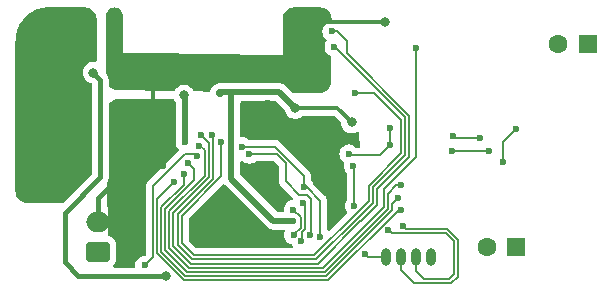
<source format=gbr>
%TF.GenerationSoftware,KiCad,Pcbnew,7.0.7*%
%TF.CreationDate,2023-09-20T12:31:10+02:00*%
%TF.ProjectId,Window_EMP_monitor_59_4x23_5x1.6mm,57696e64-6f77-45f4-954d-505f6d6f6e69,rev?*%
%TF.SameCoordinates,Original*%
%TF.FileFunction,Copper,L2,Bot*%
%TF.FilePolarity,Positive*%
%FSLAX46Y46*%
G04 Gerber Fmt 4.6, Leading zero omitted, Abs format (unit mm)*
G04 Created by KiCad (PCBNEW 7.0.7) date 2023-09-20 12:31:10*
%MOMM*%
%LPD*%
G01*
G04 APERTURE LIST*
G04 Aperture macros list*
%AMRoundRect*
0 Rectangle with rounded corners*
0 $1 Rounding radius*
0 $2 $3 $4 $5 $6 $7 $8 $9 X,Y pos of 4 corners*
0 Add a 4 corners polygon primitive as box body*
4,1,4,$2,$3,$4,$5,$6,$7,$8,$9,$2,$3,0*
0 Add four circle primitives for the rounded corners*
1,1,$1+$1,$2,$3*
1,1,$1+$1,$4,$5*
1,1,$1+$1,$6,$7*
1,1,$1+$1,$8,$9*
0 Add four rect primitives between the rounded corners*
20,1,$1+$1,$2,$3,$4,$5,0*
20,1,$1+$1,$4,$5,$6,$7,0*
20,1,$1+$1,$6,$7,$8,$9,0*
20,1,$1+$1,$8,$9,$2,$3,0*%
G04 Aperture macros list end*
%TA.AperFunction,ComponentPad*%
%ADD10R,1.600000X1.600000*%
%TD*%
%TA.AperFunction,ComponentPad*%
%ADD11C,1.600000*%
%TD*%
%TA.AperFunction,ComponentPad*%
%ADD12RoundRect,0.250000X0.750000X-0.600000X0.750000X0.600000X-0.750000X0.600000X-0.750000X-0.600000X0*%
%TD*%
%TA.AperFunction,ComponentPad*%
%ADD13O,2.000000X1.700000*%
%TD*%
%TA.AperFunction,SMDPad,CuDef*%
%ADD14O,0.800000X1.500000*%
%TD*%
%TA.AperFunction,ViaPad*%
%ADD15C,0.600000*%
%TD*%
%TA.AperFunction,ViaPad*%
%ADD16C,0.800000*%
%TD*%
%TA.AperFunction,ViaPad*%
%ADD17C,0.700000*%
%TD*%
%TA.AperFunction,Conductor*%
%ADD18C,0.150000*%
%TD*%
%TA.AperFunction,Conductor*%
%ADD19C,0.400000*%
%TD*%
%TA.AperFunction,Conductor*%
%ADD20C,0.500000*%
%TD*%
%TA.AperFunction,Conductor*%
%ADD21C,0.510000*%
%TD*%
%TA.AperFunction,Conductor*%
%ADD22C,0.320000*%
%TD*%
%TA.AperFunction,Conductor*%
%ADD23C,0.300000*%
%TD*%
%TA.AperFunction,Conductor*%
%ADD24C,0.200000*%
%TD*%
G04 APERTURE END LIST*
D10*
%TO.P,probeC4,1*%
%TO.N,Net-(probeSS12_1-K)*%
X186555791Y-84730000D03*
D11*
%TO.P,probeC4,2*%
%TO.N,IN_KTS1_ADS2_A-*%
X184055791Y-84730000D03*
%TD*%
D12*
%TO.P,PWR_PLUG1,1,Pin_1*%
%TO.N,VIN_BATF*%
X145122500Y-102310000D03*
D13*
%TO.P,PWR_PLUG1,2,Pin_2*%
%TO.N,GND*%
X145122500Y-99810000D03*
%TD*%
D14*
%TO.P,J2,5,Pin_5*%
%TO.N,RXD0*%
X169465000Y-102785000D03*
%TO.P,J2,6,Pin_6*%
%TO.N,ESP_GPIO0_BOOT-DTR*%
X170735000Y-102785000D03*
%TO.P,J2,7,Pin_7*%
%TO.N,CHIP_EN*%
X172005000Y-102785000D03*
%TO.P,J2,8*%
%TO.N,N/C*%
X173275000Y-102785000D03*
%TD*%
D10*
%TO.P,probeC3,1*%
%TO.N,IN_KTS1_ADS2_A+*%
X180510000Y-101930000D03*
D11*
%TO.P,probeC3,2*%
%TO.N,Net-(probeSS12_1-K)*%
X178010000Y-101930000D03*
%TD*%
D15*
%TO.N,GNDD*%
X166330000Y-94030000D03*
X180470000Y-91920000D03*
X179350000Y-94690000D03*
X169820000Y-93310000D03*
X169830000Y-91870000D03*
%TO.N,3V3*%
X166800000Y-98430000D03*
X161590000Y-99680000D03*
D16*
X150850000Y-104360000D03*
X161802500Y-90160000D03*
D17*
X155407000Y-88900000D03*
D16*
X144700000Y-87140000D03*
D15*
X166700000Y-95060000D03*
X152463000Y-93000000D03*
D16*
X152375821Y-89078750D03*
X166570000Y-91360000D03*
%TO.N,GND*%
X161550000Y-82420000D03*
X151790000Y-87170000D03*
X138780000Y-87080000D03*
X161580000Y-83700000D03*
X163390000Y-83950000D03*
X138740000Y-92340000D03*
X150440000Y-87170000D03*
X146380000Y-85380000D03*
X154330000Y-87170000D03*
X155670000Y-87100000D03*
X149780000Y-91480000D03*
D15*
X158130000Y-92080000D03*
X166230000Y-92800000D03*
D16*
X138810000Y-89940000D03*
X157050000Y-87140000D03*
X158690000Y-96870000D03*
D15*
X159520000Y-89720000D03*
X165210000Y-99160000D03*
X160010355Y-95010000D03*
D16*
X169430000Y-82900000D03*
X146430000Y-82320000D03*
D15*
X150560000Y-95040000D03*
D16*
X142710000Y-93570000D03*
X147700000Y-87140000D03*
X156690000Y-99240000D03*
X146350000Y-86970000D03*
X146400000Y-83780000D03*
X149120000Y-87170000D03*
X158270000Y-87100000D03*
X153080000Y-87190000D03*
X139640000Y-83050000D03*
X138740000Y-85030000D03*
D15*
%TO.N,CHIP_EN*%
X157917000Y-94050000D03*
X169640000Y-100510000D03*
X163050000Y-100900000D03*
%TO.N,Net-(ESP32S1-U0TXD{slash}PROG{slash}GPIO43)*%
X161660000Y-100910000D03*
X161631233Y-98751233D03*
%TO.N,ESP_GPIO0_BOOT-DTR*%
X163930000Y-101080000D03*
X157275119Y-93399822D03*
X170930000Y-100110000D03*
X162551526Y-96831526D03*
%TO.N,GPIO8_I2C_SDA*%
X152740000Y-94780000D03*
X175120000Y-92480000D03*
X170710000Y-96690000D03*
X177410000Y-92720000D03*
%TO.N,GPIO9_I2C_SCL*%
X170530000Y-97740000D03*
X152350000Y-95720000D03*
%TO.N,RXD0*%
X167700000Y-102530000D03*
X162280000Y-101420000D03*
X162440000Y-98160000D03*
%TO.N,IN_KTS1_ADS2_A-*%
X178210000Y-93790000D03*
X175080000Y-93770000D03*
%TO.N,BAT_SENSE_IO07*%
X149050000Y-103470000D03*
X153460000Y-94170000D03*
%TO.N,LED_B_IO02*%
X155540000Y-93050000D03*
X166890000Y-88900000D03*
%TO.N,LED_G_IO04*%
X154726233Y-92393767D03*
X165080000Y-84940000D03*
%TO.N,LED_R_IO05*%
X153790000Y-92410000D03*
X164890000Y-83660000D03*
%TO.N,PERIPHERALS_PWR_EN_IO06*%
X153662000Y-93350000D03*
X172000000Y-85030000D03*
%TO.N,ADS1155_ALERT_IO10*%
X170780000Y-98735500D03*
X151520000Y-96430000D03*
%TD*%
D18*
%TO.N,GNDD*%
X169000000Y-94130000D02*
X166430000Y-94130000D01*
X179350000Y-94690000D02*
X179350000Y-93040000D01*
X166430000Y-94130000D02*
X166330000Y-94030000D01*
X169830000Y-93300000D02*
X169820000Y-93310000D01*
X169820000Y-93310000D02*
X169000000Y-94130000D01*
X169830000Y-91870000D02*
X169830000Y-93300000D01*
X179350000Y-93040000D02*
X180470000Y-91920000D01*
D19*
%TO.N,3V3*%
X143440000Y-104360000D02*
X150850000Y-104360000D01*
X145290000Y-96020000D02*
X142290000Y-99020000D01*
D20*
X156395000Y-88955000D02*
X156395000Y-96125000D01*
D21*
X152463000Y-93000000D02*
X152463000Y-89165929D01*
D20*
X156450000Y-88900000D02*
X156395000Y-88955000D01*
D19*
X145290000Y-87730000D02*
X145290000Y-96020000D01*
D18*
X166780000Y-98410000D02*
X166780000Y-95140000D01*
D22*
X165370000Y-90160000D02*
X161802500Y-90160000D01*
D23*
X156452500Y-88897500D02*
X156452500Y-88837500D01*
X156450000Y-88900000D02*
X156452500Y-88897500D01*
D19*
X142290000Y-99020000D02*
X142290000Y-103210000D01*
X144700000Y-87140000D02*
X145290000Y-87730000D01*
D21*
X152463000Y-89165929D02*
X152375821Y-89078750D01*
X161802500Y-90142500D02*
X161802500Y-90160000D01*
D20*
X156395000Y-96125000D02*
X159950000Y-99680000D01*
X159950000Y-99680000D02*
X161590000Y-99680000D01*
D23*
X156452500Y-88837500D02*
X156410000Y-88795000D01*
D21*
X155407000Y-88900000D02*
X155512000Y-88795000D01*
D19*
X142290000Y-103210000D02*
X143440000Y-104360000D01*
D21*
X155512000Y-88795000D02*
X160455000Y-88795000D01*
X160455000Y-88795000D02*
X161802500Y-90142500D01*
D24*
X155407000Y-88900000D02*
X156072500Y-88900000D01*
D18*
X166800000Y-98430000D02*
X166780000Y-98410000D01*
D22*
X166570000Y-91360000D02*
X165370000Y-90160000D01*
D18*
X166780000Y-95140000D02*
X166700000Y-95060000D01*
D22*
%TO.N,GND*%
X163390000Y-83950000D02*
X163300000Y-83950000D01*
D23*
X149780000Y-91480000D02*
X149780000Y-87830000D01*
D22*
X163390000Y-83860000D02*
X163390000Y-83950000D01*
D18*
X159552500Y-89865026D02*
X159552500Y-89550000D01*
D19*
X160010355Y-95010000D02*
X160010355Y-95644216D01*
D22*
X169400000Y-82870000D02*
X164380000Y-82870000D01*
D19*
X160010355Y-95644216D02*
X158784572Y-96870000D01*
D18*
X150560000Y-95040000D02*
X150480000Y-95040000D01*
X165210000Y-93860000D02*
X166180000Y-92890000D01*
X150480000Y-95040000D02*
X149170000Y-93730000D01*
X158130000Y-92080000D02*
X158130000Y-91287526D01*
D19*
X149170000Y-93730000D02*
X149780000Y-93120000D01*
X158784572Y-96870000D02*
X158690000Y-96870000D01*
X149780000Y-93120000D02*
X149780000Y-91480000D01*
D23*
X149780000Y-87830000D02*
X150440000Y-87170000D01*
D22*
X169430000Y-82900000D02*
X169400000Y-82870000D01*
X163300000Y-83950000D02*
X163390000Y-83860000D01*
D19*
X145122500Y-99810000D02*
X145122500Y-97777500D01*
D18*
X158130000Y-91287526D02*
X159552500Y-89865026D01*
D19*
X145122500Y-97777500D02*
X149170000Y-93730000D01*
D18*
X165210000Y-99160000D02*
X165210000Y-93860000D01*
D22*
X164380000Y-82870000D02*
X163390000Y-83860000D01*
D18*
%TO.N,CHIP_EN*%
X172680000Y-104620000D02*
X174770000Y-104620000D01*
X163164500Y-100785500D02*
X163164500Y-97834500D01*
X175230000Y-104160000D02*
X175230000Y-101440000D01*
X174520000Y-100730000D02*
X169950000Y-100730000D01*
X163164500Y-97834500D02*
X162820000Y-97490000D01*
X162125000Y-97490000D02*
X160980000Y-96345000D01*
X172005000Y-102785000D02*
X172005000Y-103945000D01*
X172005000Y-103945000D02*
X172680000Y-104620000D01*
X160980000Y-94810000D02*
X160220000Y-94050000D01*
X160980000Y-96345000D02*
X160980000Y-94810000D01*
X160220000Y-94050000D02*
X157917000Y-94050000D01*
X163050000Y-100900000D02*
X163164500Y-100785500D01*
X174770000Y-104620000D02*
X175230000Y-104160000D01*
X169950000Y-100730000D02*
X169720000Y-100500000D01*
X175230000Y-101440000D02*
X174520000Y-100730000D01*
X162820000Y-97490000D02*
X162125000Y-97490000D01*
%TO.N,TXD0*%
X173275000Y-102785000D02*
X173275000Y-103275000D01*
%TO.N,Net-(ESP32S1-U0TXD{slash}PROG{slash}GPIO43)*%
X161660000Y-100840000D02*
X162240000Y-100260000D01*
X161660000Y-100910000D02*
X161660000Y-100840000D01*
X162240000Y-99360000D02*
X161631233Y-98751233D01*
X162240000Y-100260000D02*
X162240000Y-99360000D01*
%TO.N,ESP_GPIO0_BOOT-DTR*%
X160064796Y-93399822D02*
X162551526Y-95886552D01*
X162751526Y-96831526D02*
X162551526Y-96831526D01*
X171200000Y-100380000D02*
X170930000Y-100110000D01*
X163930000Y-101080000D02*
X163930000Y-98010000D01*
X175580000Y-101295026D02*
X174664974Y-100380000D01*
X157275119Y-93399822D02*
X160064796Y-93399822D01*
X175020000Y-104970000D02*
X175580000Y-104410000D01*
X162551526Y-95886552D02*
X162551526Y-96831526D01*
X174664974Y-100380000D02*
X171200000Y-100380000D01*
X163930000Y-98010000D02*
X162751526Y-96831526D01*
X170735000Y-103875000D02*
X171830000Y-104970000D01*
X175580000Y-104410000D02*
X175580000Y-101295026D01*
X170735000Y-102785000D02*
X170735000Y-103875000D01*
X171830000Y-104970000D02*
X175020000Y-104970000D01*
%TO.N,GPIO8_I2C_SDA*%
X169630000Y-98660052D02*
X164280052Y-104010000D01*
X152645026Y-104010000D02*
X150780000Y-102144974D01*
X170340000Y-96690000D02*
X169630000Y-97400000D01*
X150780000Y-102144974D02*
X150780000Y-98704974D01*
X150780000Y-98704974D02*
X153230000Y-96254974D01*
X170710000Y-96690000D02*
X170340000Y-96690000D01*
X175360000Y-92720000D02*
X175120000Y-92480000D01*
X153230000Y-96254974D02*
X153230000Y-95270000D01*
X177410000Y-92720000D02*
X175360000Y-92720000D01*
X164280052Y-104010000D02*
X152645026Y-104010000D01*
X153230000Y-95270000D02*
X152740000Y-94780000D01*
X169630000Y-97400000D02*
X169630000Y-98660052D01*
%TO.N,GPIO9_I2C_SCL*%
X170520000Y-97740000D02*
X169980000Y-98280000D01*
X169980000Y-98280000D02*
X169980000Y-98805026D01*
X150430000Y-102289948D02*
X150430000Y-98560000D01*
X169980000Y-98805026D02*
X164425026Y-104360000D01*
X170530000Y-97740000D02*
X170520000Y-97740000D01*
X152500052Y-104360000D02*
X150430000Y-102289948D01*
X164425026Y-104360000D02*
X152500052Y-104360000D01*
X150430000Y-98560000D02*
X152350000Y-96640000D01*
X152350000Y-96640000D02*
X152350000Y-95720000D01*
%TO.N,RXD0*%
X162590000Y-98310000D02*
X162440000Y-98160000D01*
X162280000Y-101420000D02*
X162330000Y-101370000D01*
X167955000Y-102785000D02*
X169465000Y-102785000D01*
X162330000Y-100664974D02*
X162590000Y-100404974D01*
X162330000Y-101370000D02*
X162330000Y-100664974D01*
X167700000Y-102530000D02*
X167955000Y-102785000D01*
X162590000Y-100404974D02*
X162590000Y-98310000D01*
%TO.N,IN_KTS1_ADS2_A-*%
X178190000Y-93770000D02*
X175080000Y-93770000D01*
X178210000Y-93790000D02*
X178190000Y-93770000D01*
%TO.N,BAT_SENSE_IO07*%
X153320000Y-94030000D02*
X153460000Y-94170000D01*
X149730000Y-102790000D02*
X149730000Y-96750000D01*
X149730000Y-96750000D02*
X152450000Y-94030000D01*
X152450000Y-94030000D02*
X153320000Y-94030000D01*
X149050000Y-103470000D02*
X149730000Y-102790000D01*
%TO.N,LED_B_IO02*%
X170760000Y-91190000D02*
X170760000Y-93970000D01*
X167025000Y-99005000D02*
X163420000Y-102610000D01*
X163420000Y-102610000D02*
X153224922Y-102610000D01*
X168010000Y-98033173D02*
X167038173Y-99005000D01*
X168010000Y-96720000D02*
X168010000Y-98033173D01*
X167038173Y-99005000D02*
X167025000Y-99005000D01*
X152190000Y-99274870D02*
X155540000Y-95924870D01*
X152190000Y-101575078D02*
X152190000Y-99274870D01*
X168470000Y-88900000D02*
X170760000Y-91190000D01*
X170760000Y-93970000D02*
X168010000Y-96720000D01*
X166890000Y-88900000D02*
X168470000Y-88900000D01*
X153224922Y-102610000D02*
X152190000Y-101575078D01*
X155540000Y-95924870D02*
X155540000Y-93050000D01*
%TO.N,LED_G_IO04*%
X154820000Y-92487534D02*
X154726233Y-92393767D01*
X165080000Y-84940000D02*
X165130000Y-84940000D01*
X163564974Y-102960000D02*
X153079948Y-102960000D01*
X167183147Y-99355000D02*
X167169974Y-99355000D01*
X171110000Y-94114974D02*
X168360000Y-96864974D01*
X168360000Y-98178147D02*
X167183147Y-99355000D01*
X151830000Y-99139896D02*
X154820000Y-96149897D01*
X151830000Y-99760000D02*
X151830000Y-99670000D01*
X154820000Y-96149897D02*
X154820000Y-92487534D01*
X151830000Y-101710052D02*
X151830000Y-99760000D01*
X165130000Y-84940000D02*
X171110000Y-90920000D01*
X167169974Y-99355000D02*
X163564974Y-102960000D01*
X151830000Y-99760000D02*
X151830000Y-99139896D01*
X171110000Y-90920000D02*
X171110000Y-94114974D01*
X168360000Y-96864974D02*
X168360000Y-98178147D01*
X153079948Y-102960000D02*
X151830000Y-101710052D01*
%TO.N,LED_R_IO05*%
X167328121Y-99705000D02*
X167314948Y-99705000D01*
X168710000Y-97009948D02*
X168710000Y-98323121D01*
X164890000Y-83660000D02*
X165320000Y-83660000D01*
X163709948Y-103310000D02*
X152934974Y-103310000D01*
X167314948Y-99705000D02*
X163709948Y-103310000D01*
X152934974Y-103310000D02*
X151480000Y-101855026D01*
X168710000Y-98323121D02*
X167328121Y-99705000D01*
X151480000Y-101855026D02*
X151480000Y-98994922D01*
X166150000Y-85465026D02*
X171460000Y-90775026D01*
X171460000Y-90775026D02*
X171460000Y-94259948D01*
X165320000Y-83660000D02*
X166150000Y-84490000D01*
X166150000Y-84490000D02*
X166150000Y-85465026D01*
X171460000Y-94259948D02*
X168710000Y-97009948D01*
X154470000Y-93090000D02*
X153790000Y-92410000D01*
X154470000Y-96004922D02*
X154470000Y-93090000D01*
X151480000Y-98994922D02*
X154470000Y-96004922D01*
%TO.N,PERIPHERALS_PWR_EN_IO06*%
X172000000Y-94270000D02*
X169280000Y-96990000D01*
X164135078Y-103660000D02*
X152790000Y-103660000D01*
X169280000Y-98515078D02*
X164135078Y-103660000D01*
X169280000Y-96990000D02*
X169280000Y-98515078D01*
X151130000Y-98849948D02*
X154120000Y-95859948D01*
X151130000Y-102000000D02*
X151130000Y-98849948D01*
X152790000Y-103660000D02*
X151130000Y-102000000D01*
X154120000Y-93710000D02*
X153760000Y-93350000D01*
X172000000Y-85030000D02*
X172000000Y-94270000D01*
X153760000Y-93350000D02*
X153662000Y-93350000D01*
X153662000Y-93350000D02*
X153662000Y-93193000D01*
X154120000Y-95859948D02*
X154120000Y-93710000D01*
%TO.N,ADS1155_ALERT_IO10*%
X170780000Y-98735500D02*
X170544500Y-98735500D01*
X164570000Y-104710000D02*
X152355078Y-104710000D01*
X150080000Y-97870000D02*
X151520000Y-96430000D01*
X170544500Y-98735500D02*
X164570000Y-104710000D01*
X150080000Y-102434922D02*
X150080000Y-97870000D01*
X152355078Y-104710000D02*
X150080000Y-102434922D01*
%TD*%
%TA.AperFunction,Conductor*%
%TO.N,GND*%
G36*
X163887319Y-81613537D02*
G01*
X164063093Y-81630922D01*
X164087049Y-81635710D01*
X164127547Y-81648056D01*
X164252027Y-81686007D01*
X164274573Y-81695396D01*
X164408372Y-81767325D01*
X164426481Y-81777060D01*
X164446755Y-81790691D01*
X164579713Y-81900561D01*
X164596921Y-81917903D01*
X164705749Y-82051698D01*
X164719223Y-82072077D01*
X164799708Y-82224615D01*
X164808925Y-82247240D01*
X164857941Y-82412599D01*
X164862543Y-82436593D01*
X164879022Y-82617531D01*
X164879276Y-82623644D01*
X164878318Y-82745909D01*
X164858109Y-82812792D01*
X164804948Y-82858131D01*
X164768206Y-82868157D01*
X164710750Y-82874630D01*
X164540478Y-82934210D01*
X164387737Y-83030184D01*
X164260184Y-83157737D01*
X164164211Y-83310476D01*
X164104631Y-83480745D01*
X164104630Y-83480750D01*
X164084435Y-83659996D01*
X164084435Y-83660003D01*
X164104630Y-83839249D01*
X164104631Y-83839254D01*
X164164211Y-84009523D01*
X164260184Y-84162262D01*
X164387737Y-84289815D01*
X164387742Y-84289819D01*
X164394152Y-84293847D01*
X164440442Y-84346182D01*
X164451089Y-84415236D01*
X164433172Y-84464811D01*
X164354211Y-84590476D01*
X164294631Y-84760745D01*
X164294630Y-84760750D01*
X164274435Y-84939996D01*
X164274435Y-84940003D01*
X164294630Y-85119249D01*
X164294631Y-85119254D01*
X164354211Y-85289523D01*
X164450183Y-85442262D01*
X164450184Y-85442262D01*
X164577738Y-85569816D01*
X164657924Y-85620200D01*
X164730478Y-85665789D01*
X164771350Y-85680091D01*
X164828127Y-85720813D01*
X164853874Y-85785766D01*
X164854392Y-85798105D01*
X164837923Y-87899063D01*
X164837574Y-87905172D01*
X164818261Y-88085815D01*
X164813284Y-88109733D01*
X164761684Y-88274301D01*
X164752115Y-88296778D01*
X164669257Y-88448028D01*
X164655466Y-88468193D01*
X164544555Y-88600271D01*
X164527078Y-88617341D01*
X164392429Y-88725107D01*
X164371945Y-88738419D01*
X164218781Y-88817695D01*
X164196084Y-88826733D01*
X164030352Y-88874441D01*
X164006325Y-88878854D01*
X163825269Y-88893908D01*
X163819158Y-88894113D01*
X162412812Y-88872013D01*
X161637699Y-88859832D01*
X161570977Y-88839096D01*
X161551966Y-88823528D01*
X161034528Y-88306090D01*
X161022746Y-88292457D01*
X161008275Y-88273019D01*
X161008274Y-88273018D01*
X161008272Y-88273015D01*
X161007401Y-88272284D01*
X160967958Y-88239186D01*
X160963969Y-88235531D01*
X160958103Y-88229665D01*
X160932211Y-88209192D01*
X160872981Y-88159493D01*
X160872980Y-88159492D01*
X160872977Y-88159490D01*
X160866948Y-88155525D01*
X160866976Y-88155480D01*
X160860496Y-88151351D01*
X160860469Y-88151396D01*
X160854323Y-88147605D01*
X160822012Y-88132538D01*
X160784247Y-88114928D01*
X160749547Y-88097501D01*
X160715154Y-88080228D01*
X160708368Y-88077758D01*
X160708385Y-88077709D01*
X160701122Y-88075185D01*
X160701106Y-88075235D01*
X160694254Y-88072964D01*
X160618550Y-88057333D01*
X160618549Y-88057332D01*
X160543305Y-88039500D01*
X160543303Y-88039500D01*
X160543299Y-88039499D01*
X160536130Y-88038661D01*
X160536136Y-88038609D01*
X160528492Y-88037828D01*
X160528488Y-88037881D01*
X160521298Y-88037251D01*
X160446490Y-88039428D01*
X160444026Y-88039500D01*
X155576070Y-88039500D01*
X155558101Y-88038191D01*
X155534119Y-88034678D01*
X155486559Y-88038840D01*
X155481715Y-88039264D01*
X155476312Y-88039500D01*
X155467994Y-88039500D01*
X155441750Y-88042567D01*
X155435189Y-88043334D01*
X155367418Y-88049264D01*
X155362013Y-88049500D01*
X155317609Y-88049500D01*
X155286954Y-88056015D01*
X155142733Y-88086670D01*
X155142728Y-88086672D01*
X154979408Y-88159387D01*
X154834768Y-88264475D01*
X154715140Y-88397336D01*
X154625750Y-88552164D01*
X154625748Y-88552168D01*
X154590214Y-88661530D01*
X154550776Y-88719205D01*
X154486417Y-88746403D01*
X154470335Y-88747196D01*
X153493979Y-88731853D01*
X153283085Y-88728538D01*
X153216364Y-88707803D01*
X153177647Y-88666553D01*
X153108357Y-88546538D01*
X153108355Y-88546535D01*
X152981691Y-88405861D01*
X152828555Y-88294601D01*
X152828550Y-88294598D01*
X152655628Y-88217607D01*
X152655623Y-88217605D01*
X152509822Y-88186615D01*
X152470467Y-88178250D01*
X152281175Y-88178250D01*
X152248718Y-88185148D01*
X152096018Y-88217605D01*
X152096013Y-88217607D01*
X151923091Y-88294598D01*
X151923086Y-88294601D01*
X151769950Y-88405861D01*
X151643288Y-88546533D01*
X151590344Y-88638235D01*
X151539777Y-88686450D01*
X151481009Y-88700219D01*
X146728449Y-88625532D01*
X146722430Y-88625144D01*
X146544474Y-88604953D01*
X146520920Y-88599927D01*
X146358871Y-88548463D01*
X146336733Y-88538978D01*
X146187684Y-88457156D01*
X146167798Y-88443572D01*
X146037383Y-88334487D01*
X146020500Y-88317317D01*
X146018060Y-88314298D01*
X145991230Y-88249785D01*
X145990500Y-88236354D01*
X145990500Y-87753047D01*
X145990613Y-87749302D01*
X145991026Y-87742468D01*
X145994358Y-87687394D01*
X145983175Y-87626370D01*
X145982613Y-87622673D01*
X145975140Y-87561127D01*
X145971548Y-87551656D01*
X145965522Y-87530042D01*
X145963695Y-87520068D01*
X145938234Y-87463496D01*
X145936806Y-87460049D01*
X145914818Y-87402071D01*
X145914818Y-87402070D01*
X145909063Y-87393733D01*
X145898036Y-87374182D01*
X145893879Y-87364946D01*
X145893878Y-87364943D01*
X145876287Y-87342490D01*
X145855630Y-87316122D01*
X145853410Y-87313106D01*
X145818180Y-87262067D01*
X145783491Y-87231336D01*
X145746364Y-87172147D01*
X145741718Y-87138382D01*
X145743481Y-85630000D01*
X145747306Y-82354486D01*
X145747704Y-82347561D01*
X145747719Y-82347428D01*
X145764389Y-82200906D01*
X145770586Y-82173876D01*
X145815996Y-82044475D01*
X145828046Y-82019504D01*
X145901089Y-81903444D01*
X145918398Y-81881768D01*
X146015410Y-81784860D01*
X146037103Y-81767575D01*
X146153248Y-81694654D01*
X146178232Y-81682632D01*
X146307682Y-81637361D01*
X146334714Y-81631194D01*
X146471015Y-81615837D01*
X146498684Y-81615829D01*
X146635410Y-81631150D01*
X146662355Y-81637269D01*
X146792299Y-81682500D01*
X146817219Y-81694434D01*
X146933918Y-81767326D01*
X146955581Y-81784489D01*
X147053233Y-81881420D01*
X147070556Y-81902956D01*
X147144308Y-82019103D01*
X147156431Y-82043943D01*
X147161302Y-82057610D01*
X147202621Y-82173543D01*
X147208941Y-82200449D01*
X147226516Y-82347428D01*
X147226953Y-82354341D01*
X147242796Y-84516841D01*
X147242797Y-84516854D01*
X147250000Y-85500000D01*
X149391875Y-85520640D01*
X159723142Y-85620201D01*
X159723147Y-85620201D01*
X159723147Y-85620200D01*
X159723151Y-85620201D01*
X159723151Y-85620200D01*
X159723157Y-85620200D01*
X160740000Y-85630000D01*
X160718598Y-82623087D01*
X160718854Y-82617017D01*
X160735447Y-82436176D01*
X160740061Y-82412202D01*
X160759261Y-82347561D01*
X160789141Y-82246962D01*
X160798359Y-82224365D01*
X160878875Y-82071929D01*
X160892338Y-82051584D01*
X161001162Y-81917881D01*
X161018354Y-81900566D01*
X161151265Y-81790784D01*
X161171512Y-81777175D01*
X161323368Y-81695559D01*
X161345884Y-81686184D01*
X161510789Y-81635908D01*
X161534716Y-81631125D01*
X161710377Y-81613730D01*
X161716440Y-81613430D01*
X163881257Y-81613239D01*
X163887319Y-81613537D01*
G37*
%TD.AperFunction*%
%TD*%
%TA.AperFunction,Conductor*%
%TO.N,GND*%
G36*
X143982732Y-81615296D02*
G01*
X144157248Y-81632438D01*
X144181047Y-81637161D01*
X144345008Y-81686787D01*
X144367427Y-81696052D01*
X144376971Y-81701142D01*
X144518583Y-81776659D01*
X144538771Y-81790114D01*
X144671343Y-81898620D01*
X144688518Y-81915745D01*
X144693550Y-81921856D01*
X144797410Y-82047977D01*
X144810929Y-82068127D01*
X144891989Y-82219043D01*
X144901324Y-82241441D01*
X144951440Y-82405248D01*
X144956234Y-82429034D01*
X144974412Y-82608567D01*
X144974727Y-82614633D01*
X144974835Y-82651419D01*
X144984948Y-86126462D01*
X144965459Y-86193559D01*
X144912789Y-86239467D01*
X144843659Y-86249612D01*
X144835186Y-86248117D01*
X144794646Y-86239500D01*
X144605354Y-86239500D01*
X144572897Y-86246398D01*
X144420197Y-86278855D01*
X144420192Y-86278857D01*
X144247270Y-86355848D01*
X144247265Y-86355851D01*
X144094129Y-86467111D01*
X143967466Y-86607785D01*
X143872821Y-86771715D01*
X143872818Y-86771722D01*
X143814327Y-86951740D01*
X143814326Y-86951744D01*
X143794540Y-87140000D01*
X143814326Y-87328256D01*
X143814327Y-87328259D01*
X143872818Y-87508277D01*
X143872821Y-87508284D01*
X143967467Y-87672216D01*
X144038556Y-87751168D01*
X144094129Y-87812888D01*
X144247265Y-87924148D01*
X144247270Y-87924151D01*
X144420192Y-88001142D01*
X144420193Y-88001142D01*
X144420197Y-88001144D01*
X144485651Y-88015056D01*
X144491280Y-88016253D01*
X144552762Y-88049445D01*
X144586539Y-88110608D01*
X144589500Y-88137543D01*
X144589500Y-95678480D01*
X144569815Y-95745519D01*
X144553181Y-95766161D01*
X142185662Y-98133681D01*
X142124339Y-98167166D01*
X142097981Y-98170000D01*
X139108195Y-98170000D01*
X139102113Y-98169701D01*
X138922193Y-98151979D01*
X138898350Y-98147236D01*
X138734118Y-98097412D01*
X138711658Y-98088108D01*
X138560300Y-98007197D01*
X138540090Y-97993691D01*
X138407430Y-97884806D01*
X138390242Y-97867616D01*
X138281374Y-97734938D01*
X138267870Y-97714724D01*
X138186981Y-97563357D01*
X138177680Y-97540895D01*
X138127879Y-97376653D01*
X138123140Y-97352811D01*
X138105940Y-97177948D01*
X138105644Y-97171912D01*
X138107426Y-84547119D01*
X138109055Y-84541575D01*
X138107499Y-84498348D01*
X138107473Y-84494813D01*
X138109782Y-84386573D01*
X138114229Y-84214874D01*
X138114562Y-84208998D01*
X138117622Y-84155128D01*
X138117951Y-84151382D01*
X138118752Y-84144655D01*
X138135530Y-84022155D01*
X138157751Y-83874490D01*
X138166088Y-83828738D01*
X138167022Y-83824477D01*
X138201602Y-83689554D01*
X138242911Y-83542002D01*
X138252157Y-83512516D01*
X138253406Y-83508926D01*
X138305893Y-83371848D01*
X138348284Y-83270620D01*
X138368411Y-83222561D01*
X138370117Y-83218812D01*
X138374260Y-83209719D01*
X138375650Y-83206869D01*
X138446817Y-83070324D01*
X138530221Y-82924722D01*
X138532655Y-82920821D01*
X138621483Y-82789645D01*
X138623183Y-82787262D01*
X138722765Y-82654570D01*
X138725263Y-82651462D01*
X138828814Y-82530993D01*
X138831123Y-82528457D01*
X138946121Y-82409247D01*
X138948593Y-82406827D01*
X139065269Y-82299001D01*
X139068305Y-82296377D01*
X139197298Y-82192114D01*
X139199583Y-82190358D01*
X139327552Y-82096816D01*
X139331307Y-82094281D01*
X139473827Y-82005687D01*
X139607720Y-81929658D01*
X139610556Y-81928146D01*
X139623144Y-81921856D01*
X139770074Y-81854015D01*
X139905219Y-81796614D01*
X139908747Y-81795242D01*
X139937873Y-81784945D01*
X140083801Y-81738369D01*
X140217431Y-81698947D01*
X140221629Y-81697868D01*
X140267082Y-81687884D01*
X140413885Y-81660359D01*
X140535408Y-81639238D01*
X140542344Y-81638159D01*
X140546085Y-81637694D01*
X140597320Y-81632934D01*
X140605751Y-81632152D01*
X140642184Y-81629900D01*
X140784568Y-81621100D01*
X140884330Y-81615376D01*
X140887868Y-81615275D01*
X140938751Y-81615275D01*
X140938787Y-81615269D01*
X143976686Y-81615000D01*
X143982732Y-81615296D01*
G37*
%TD.AperFunction*%
%TD*%
%TA.AperFunction,Conductor*%
%TO.N,GND*%
G36*
X151493724Y-89369124D02*
G01*
X151539578Y-89421842D01*
X151544809Y-89435242D01*
X151548637Y-89447022D01*
X151548642Y-89447034D01*
X151643287Y-89610965D01*
X151675649Y-89646906D01*
X151705879Y-89709898D01*
X151707500Y-89729879D01*
X151707500Y-92714316D01*
X151700542Y-92755270D01*
X151677632Y-92820742D01*
X151677630Y-92820750D01*
X151657435Y-92999996D01*
X151657435Y-93000003D01*
X151677630Y-93179249D01*
X151677631Y-93179254D01*
X151737211Y-93349523D01*
X151833184Y-93502262D01*
X151910839Y-93579917D01*
X151944324Y-93641240D01*
X151939340Y-93710932D01*
X151910839Y-93755279D01*
X149352608Y-96313510D01*
X149346507Y-96318861D01*
X149319550Y-96339548D01*
X149295549Y-96370824D01*
X149295533Y-96370845D01*
X149252009Y-96427568D01*
X149227300Y-96459768D01*
X149169313Y-96599763D01*
X149169313Y-96599764D01*
X149153957Y-96716406D01*
X149153955Y-96716419D01*
X149149535Y-96750000D01*
X149153680Y-96781489D01*
X149153969Y-96783678D01*
X149154500Y-96791780D01*
X149154500Y-102500257D01*
X149134815Y-102567296D01*
X149118180Y-102587939D01*
X149071308Y-102634810D01*
X149009985Y-102668294D01*
X148997512Y-102670348D01*
X148870750Y-102684630D01*
X148700478Y-102744210D01*
X148547737Y-102840184D01*
X148420184Y-102967737D01*
X148324211Y-103120476D01*
X148264631Y-103290745D01*
X148264630Y-103290750D01*
X148244435Y-103469996D01*
X148244435Y-103470004D01*
X148250250Y-103521617D01*
X148238195Y-103590439D01*
X148190846Y-103641818D01*
X148127030Y-103659500D01*
X146483730Y-103659500D01*
X146416691Y-103639815D01*
X146370936Y-103587011D01*
X146360992Y-103517853D01*
X146390017Y-103454297D01*
X146396049Y-103447819D01*
X146396048Y-103447818D01*
X146465212Y-103378656D01*
X146557314Y-103229334D01*
X146612499Y-103062797D01*
X146623000Y-102960009D01*
X146622999Y-101659992D01*
X146612499Y-101557203D01*
X146557314Y-101390666D01*
X146465212Y-101241344D01*
X146341156Y-101117288D01*
X146191834Y-101025186D01*
X146025297Y-100970001D01*
X146025293Y-100970000D01*
X146025287Y-100969999D01*
X146018857Y-100969342D01*
X145954166Y-100942944D01*
X145914017Y-100885761D01*
X145907465Y-100846497D01*
X145906147Y-100527439D01*
X145889191Y-96424205D01*
X145908597Y-96357090D01*
X145911113Y-96353296D01*
X145914818Y-96347930D01*
X145936810Y-96289939D01*
X145938232Y-96286503D01*
X145963695Y-96229931D01*
X145965522Y-96219959D01*
X145971546Y-96198347D01*
X145975140Y-96188872D01*
X145982613Y-96127324D01*
X145983177Y-96123619D01*
X145990874Y-96081616D01*
X145994358Y-96062606D01*
X145990613Y-96000696D01*
X145990500Y-95996951D01*
X145990500Y-89912220D01*
X146004942Y-89854143D01*
X146025116Y-89816085D01*
X146038566Y-89795812D01*
X146147178Y-89662616D01*
X146164336Y-89645356D01*
X146296871Y-89535950D01*
X146317068Y-89522374D01*
X146468428Y-89440967D01*
X146490884Y-89431601D01*
X146655238Y-89381332D01*
X146679096Y-89376533D01*
X146859224Y-89358425D01*
X146865301Y-89358115D01*
X151426649Y-89349565D01*
X151493724Y-89369124D01*
G37*
%TD.AperFunction*%
%TA.AperFunction,Conductor*%
G36*
X155785804Y-96595458D02*
G01*
X155827562Y-96621444D01*
X155842178Y-96635233D01*
X155872018Y-96663387D01*
X159374267Y-100165634D01*
X159386048Y-100179266D01*
X159400390Y-100198530D01*
X159440420Y-100232119D01*
X159444392Y-100235759D01*
X159450223Y-100241590D01*
X159450222Y-100241590D01*
X159475944Y-100261926D01*
X159475944Y-100261927D01*
X159534786Y-100311302D01*
X159534794Y-100311306D01*
X159540824Y-100315273D01*
X159540790Y-100315323D01*
X159547137Y-100319366D01*
X159547169Y-100319316D01*
X159553318Y-100323108D01*
X159553320Y-100323109D01*
X159553323Y-100323111D01*
X159622930Y-100355569D01*
X159691567Y-100390040D01*
X159691576Y-100390042D01*
X159698355Y-100392510D01*
X159698334Y-100392567D01*
X159705451Y-100395040D01*
X159705470Y-100394984D01*
X159712330Y-100397257D01*
X159780136Y-100411257D01*
X159787532Y-100412784D01*
X159862279Y-100430500D01*
X159862288Y-100430500D01*
X159869452Y-100431338D01*
X159869445Y-100431397D01*
X159876946Y-100432163D01*
X159876952Y-100432104D01*
X159884140Y-100432733D01*
X159884143Y-100432732D01*
X159884144Y-100432733D01*
X159960898Y-100430500D01*
X160804930Y-100430500D01*
X160871969Y-100450185D01*
X160917724Y-100502989D01*
X160927668Y-100572147D01*
X160921972Y-100595455D01*
X160874631Y-100730745D01*
X160874630Y-100730750D01*
X160854435Y-100909996D01*
X160854435Y-100910003D01*
X160874630Y-101089249D01*
X160874631Y-101089254D01*
X160934211Y-101259523D01*
X161030183Y-101412262D01*
X161030184Y-101412262D01*
X161157738Y-101539816D01*
X161310478Y-101635789D01*
X161478530Y-101694593D01*
X161535305Y-101735314D01*
X161550692Y-101763494D01*
X161551193Y-101763254D01*
X161554212Y-101769524D01*
X161601340Y-101844528D01*
X161620340Y-101911765D01*
X161599972Y-101978600D01*
X161546704Y-102023814D01*
X161496346Y-102034500D01*
X153514664Y-102034500D01*
X153447625Y-102014815D01*
X153426983Y-101998181D01*
X152801819Y-101373017D01*
X152768334Y-101311694D01*
X152765500Y-101285336D01*
X152765500Y-99564611D01*
X152785185Y-99497572D01*
X152801814Y-99476935D01*
X155654791Y-96623957D01*
X155716112Y-96590474D01*
X155785804Y-96595458D01*
G37*
%TD.AperFunction*%
%TA.AperFunction,Conductor*%
G36*
X160157739Y-89570185D02*
G01*
X160178381Y-89586819D01*
X160884709Y-90293147D01*
X160914959Y-90342510D01*
X160975318Y-90528277D01*
X160975321Y-90528284D01*
X161069967Y-90692216D01*
X161144530Y-90775026D01*
X161196629Y-90832888D01*
X161349765Y-90944148D01*
X161349770Y-90944151D01*
X161522692Y-91021142D01*
X161522697Y-91021144D01*
X161707854Y-91060500D01*
X161707855Y-91060500D01*
X161897144Y-91060500D01*
X161897146Y-91060500D01*
X162082303Y-91021144D01*
X162255230Y-90944151D01*
X162392826Y-90844181D01*
X162458632Y-90820702D01*
X162465711Y-90820500D01*
X165045050Y-90820500D01*
X165112089Y-90840185D01*
X165132731Y-90856819D01*
X165636852Y-91360940D01*
X165670337Y-91422263D01*
X165672491Y-91435654D01*
X165684326Y-91548256D01*
X165684327Y-91548259D01*
X165742818Y-91728277D01*
X165742821Y-91728284D01*
X165837467Y-91892216D01*
X165922028Y-91986130D01*
X165964129Y-92032888D01*
X166117265Y-92144148D01*
X166117270Y-92144151D01*
X166290192Y-92221142D01*
X166290197Y-92221144D01*
X166475354Y-92260500D01*
X166475355Y-92260500D01*
X166664644Y-92260500D01*
X166664646Y-92260500D01*
X166849803Y-92221144D01*
X167022730Y-92144151D01*
X167030527Y-92138485D01*
X167096332Y-92115004D01*
X167164387Y-92130826D01*
X167213083Y-92180930D01*
X167227411Y-92237636D01*
X167230952Y-92614453D01*
X167236872Y-93244631D01*
X167238608Y-93429335D01*
X167219554Y-93496556D01*
X167167182Y-93542805D01*
X167114613Y-93554500D01*
X167037940Y-93554500D01*
X166970901Y-93534815D01*
X166950259Y-93518181D01*
X166832262Y-93400184D01*
X166679523Y-93304211D01*
X166509254Y-93244631D01*
X166509249Y-93244630D01*
X166330004Y-93224435D01*
X166329996Y-93224435D01*
X166150750Y-93244630D01*
X166150745Y-93244631D01*
X165980476Y-93304211D01*
X165827737Y-93400184D01*
X165700184Y-93527737D01*
X165604211Y-93680476D01*
X165544631Y-93850745D01*
X165544630Y-93850750D01*
X165524435Y-94029996D01*
X165524435Y-94030003D01*
X165544630Y-94209249D01*
X165544631Y-94209254D01*
X165604211Y-94379523D01*
X165700184Y-94532262D01*
X165827740Y-94659818D01*
X165878612Y-94691782D01*
X165924904Y-94744116D01*
X165935553Y-94813169D01*
X165929683Y-94837729D01*
X165914631Y-94880745D01*
X165914631Y-94880746D01*
X165894435Y-95059996D01*
X165894435Y-95060003D01*
X165914630Y-95239249D01*
X165914631Y-95239254D01*
X165974211Y-95409523D01*
X166044500Y-95521386D01*
X166070184Y-95562262D01*
X166168183Y-95660261D01*
X166201666Y-95721580D01*
X166204500Y-95747939D01*
X166204500Y-97842059D01*
X166184815Y-97909098D01*
X166174316Y-97922128D01*
X166174525Y-97922295D01*
X166170184Y-97927737D01*
X166074211Y-98080476D01*
X166014631Y-98250745D01*
X166014630Y-98250750D01*
X165994435Y-98429996D01*
X165994435Y-98430003D01*
X166014630Y-98609249D01*
X166014631Y-98609254D01*
X166074211Y-98779523D01*
X166161437Y-98918342D01*
X166180437Y-98985579D01*
X166160069Y-99052414D01*
X166144124Y-99071995D01*
X164717181Y-100498938D01*
X164655858Y-100532423D01*
X164586166Y-100527439D01*
X164530233Y-100485567D01*
X164505816Y-100420103D01*
X164505500Y-100411257D01*
X164505500Y-98051780D01*
X164506031Y-98043678D01*
X164510465Y-98009999D01*
X164509797Y-98004929D01*
X164505766Y-97974313D01*
X164505765Y-97974294D01*
X164504655Y-97965863D01*
X164490687Y-97859764D01*
X164470272Y-97810478D01*
X164432699Y-97719767D01*
X164432698Y-97719766D01*
X164432698Y-97719765D01*
X164361141Y-97626512D01*
X164340449Y-97599547D01*
X164328342Y-97590257D01*
X164313490Y-97578861D01*
X164307400Y-97573520D01*
X163330393Y-96596512D01*
X163301032Y-96549785D01*
X163277315Y-96482004D01*
X163277315Y-96482003D01*
X163196413Y-96353249D01*
X163181342Y-96329264D01*
X163163344Y-96311266D01*
X163129860Y-96249944D01*
X163127026Y-96223586D01*
X163127026Y-95928332D01*
X163127557Y-95920230D01*
X163131991Y-95886551D01*
X163131264Y-95881029D01*
X163127292Y-95850865D01*
X163127291Y-95850846D01*
X163127026Y-95848832D01*
X163112213Y-95736316D01*
X163080708Y-95660257D01*
X163054225Y-95596320D01*
X163033593Y-95569432D01*
X162984186Y-95505043D01*
X162984182Y-95505038D01*
X162961975Y-95476099D01*
X162949868Y-95466809D01*
X162935016Y-95455413D01*
X162928926Y-95450072D01*
X160501284Y-93022430D01*
X160495932Y-93016328D01*
X160483403Y-93000000D01*
X160475247Y-92989371D01*
X160475245Y-92989369D01*
X160475244Y-92989368D01*
X160446759Y-92967511D01*
X160446748Y-92967502D01*
X160355030Y-92897124D01*
X160308688Y-92877929D01*
X160215032Y-92839135D01*
X160161702Y-92832113D01*
X160098894Y-92823845D01*
X160098879Y-92823843D01*
X160071992Y-92820304D01*
X160064796Y-92819357D01*
X160064795Y-92819357D01*
X160064794Y-92819357D01*
X160045761Y-92821862D01*
X160031113Y-92823791D01*
X160023015Y-92824322D01*
X157883059Y-92824322D01*
X157816020Y-92804637D01*
X157795378Y-92788003D01*
X157777381Y-92770006D01*
X157624642Y-92674033D01*
X157454373Y-92614453D01*
X157454368Y-92614452D01*
X157275123Y-92594257D01*
X157269500Y-92594257D01*
X157202461Y-92574572D01*
X157156706Y-92521768D01*
X157145500Y-92470257D01*
X157145500Y-89674500D01*
X157165185Y-89607461D01*
X157217989Y-89561706D01*
X157269500Y-89550500D01*
X160090700Y-89550500D01*
X160157739Y-89570185D01*
G37*
%TD.AperFunction*%
%TA.AperFunction,Conductor*%
G36*
X157350703Y-94616227D02*
G01*
X157357180Y-94622258D01*
X157414738Y-94679816D01*
X157567478Y-94775789D01*
X157674304Y-94813169D01*
X157737745Y-94835368D01*
X157737750Y-94835369D01*
X157916996Y-94855565D01*
X157917000Y-94855565D01*
X157917004Y-94855565D01*
X158096249Y-94835369D01*
X158096252Y-94835368D01*
X158096255Y-94835368D01*
X158266522Y-94775789D01*
X158419262Y-94679816D01*
X158437259Y-94661818D01*
X158498582Y-94628334D01*
X158524940Y-94625500D01*
X159930258Y-94625500D01*
X159997297Y-94645185D01*
X160017939Y-94661819D01*
X160368181Y-95012061D01*
X160401666Y-95073384D01*
X160404500Y-95099742D01*
X160404500Y-96303219D01*
X160403969Y-96311316D01*
X160402976Y-96318861D01*
X160399535Y-96344998D01*
X160404021Y-96379083D01*
X160404023Y-96379098D01*
X160419313Y-96495235D01*
X160419314Y-96495239D01*
X160467137Y-96610696D01*
X160477302Y-96635233D01*
X160547680Y-96726953D01*
X160547689Y-96726963D01*
X160569546Y-96755448D01*
X160569547Y-96755449D01*
X160569549Y-96755451D01*
X160593053Y-96773486D01*
X160596506Y-96776136D01*
X160602609Y-96781489D01*
X161570989Y-97749869D01*
X161604474Y-97811192D01*
X161599490Y-97880884D01*
X161557618Y-97936817D01*
X161497192Y-97960770D01*
X161451982Y-97965863D01*
X161451978Y-97965864D01*
X161281709Y-98025444D01*
X161128970Y-98121417D01*
X161001417Y-98248970D01*
X160905444Y-98401709D01*
X160845864Y-98571978D01*
X160845863Y-98571983D01*
X160825668Y-98751229D01*
X160825668Y-98751235D01*
X160830218Y-98791616D01*
X160818164Y-98860438D01*
X160770815Y-98911817D01*
X160706998Y-98929500D01*
X160312230Y-98929500D01*
X160245191Y-98909815D01*
X160224549Y-98893181D01*
X157181819Y-95850451D01*
X157148334Y-95789128D01*
X157145500Y-95762770D01*
X157145500Y-94709940D01*
X157165185Y-94642901D01*
X157217989Y-94597146D01*
X157287147Y-94587202D01*
X157350703Y-94616227D01*
G37*
%TD.AperFunction*%
%TD*%
M02*

</source>
